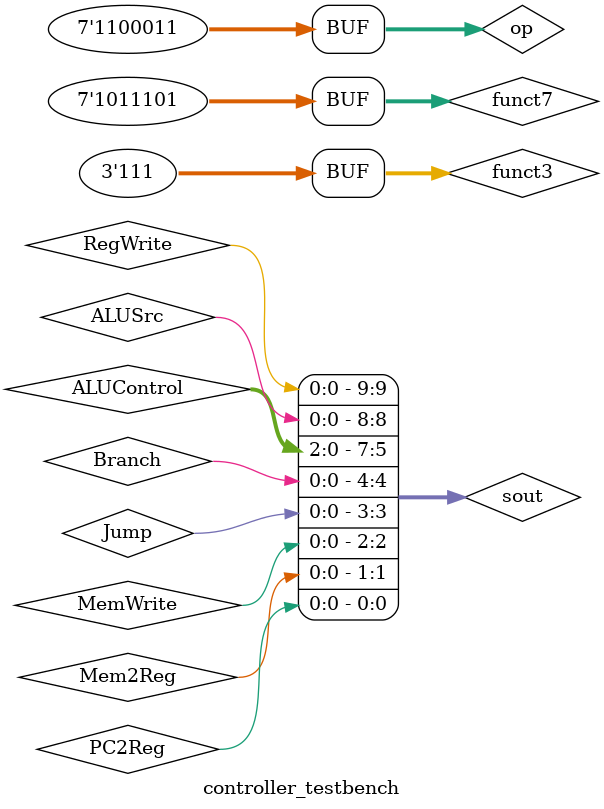
<source format=sv>
`timescale 1ns/1ps

module controller_testbench;
logic [6:0] op, funct7;
logic [2:0] funct3, ALUControl;
logic RegWrite, ALUSrc, Branch, Jump, MemWrite, Mem2Reg, PC2Reg;
logic [9:0] sout;

controller controller_dut(op, funct7, funct3, RegWrite, ALUSrc, Branch, Jump, MemWrite, Mem2Reg, PC2Reg, ALUControl);

initial
begin
op = 7'b0000011; funct3 = 3'b010; funct7 = 7'b1110111;
#10; if(sout !== 10'b11_010_00010) $display("lw failed.");
op = 7'b0100011; funct3 = 3'b010; funct7 = 7'b1010101;
#10; if(sout !== 10'b01_010_001xx) $display("sw failed.");
op = 7'b0110011; funct3 = 3'b000; funct7 = 7'b0000000;
#10; if(sout !== 10'b10_010_00000) $display("add failed.");
op = 7'b0110011; funct3 = 3'b000; funct7 = 7'b0100000;
#10; if(sout !== 10'b10_110_00000) $display("sub failed.");
op = 7'b0110011; funct3 = 3'b111; funct7 = 7'b0000000;
#10; if(sout !== 10'b10_000_00000) $display("and failed.");
op = 7'b0110011; funct3 = 3'b110; funct7 = 7'b0000000;
#10; if(sout !== 10'b10_001_00000) $display("or failed.");
op = 7'b0110011; funct3 = 3'b010; funct7 = 7'b0000000;
#10; if(sout !== 10'b10_111_00000) $display("slt failed.");
op = 7'b1100011; funct3 = 3'b000; funct7 = 7'b1101101;
#10; if(sout !== 10'b00_110_100xx) $display("beq failed.");
op = 7'b0010011; funct3 = 3'b000; funct7 = 7'b1111000;
#10; if(sout !== 10'b11_010_00000) $display("addi failed.");
op = 7'b1101111; funct3 = 3'b111; funct7 = 7'b1100011;
#10; if(sout !== 10'b1x_xxx_010x1) $display("jal failed.");
op = 7'b1100011; funct3 = 3'b111; funct7 = 7'b1011101;
#10; if(sout !== 10'bxxxxxxxxxx) $display("default failed.");
end

always_comb
sout = {RegWrite, ALUSrc, ALUControl, Branch, Jump, MemWrite, Mem2Reg, PC2Reg};

initial
begin
$monitor("sout=%b", sout);
end
endmodule

</source>
